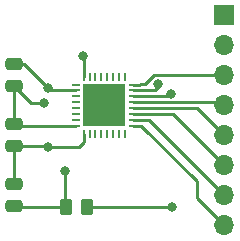
<source format=gtl>
%TF.GenerationSoftware,KiCad,Pcbnew,(6.0.7)*%
%TF.CreationDate,2022-08-20T19:22:04-07:00*%
%TF.ProjectId,tpm_board,74706d5f-626f-4617-9264-2e6b69636164,rev?*%
%TF.SameCoordinates,Original*%
%TF.FileFunction,Copper,L1,Top*%
%TF.FilePolarity,Positive*%
%FSLAX46Y46*%
G04 Gerber Fmt 4.6, Leading zero omitted, Abs format (unit mm)*
G04 Created by KiCad (PCBNEW (6.0.7)) date 2022-08-20 19:22:04*
%MOMM*%
%LPD*%
G01*
G04 APERTURE LIST*
G04 Aperture macros list*
%AMRoundRect*
0 Rectangle with rounded corners*
0 $1 Rounding radius*
0 $2 $3 $4 $5 $6 $7 $8 $9 X,Y pos of 4 corners*
0 Add a 4 corners polygon primitive as box body*
4,1,4,$2,$3,$4,$5,$6,$7,$8,$9,$2,$3,0*
0 Add four circle primitives for the rounded corners*
1,1,$1+$1,$2,$3*
1,1,$1+$1,$4,$5*
1,1,$1+$1,$6,$7*
1,1,$1+$1,$8,$9*
0 Add four rect primitives between the rounded corners*
20,1,$1+$1,$2,$3,$4,$5,0*
20,1,$1+$1,$4,$5,$6,$7,0*
20,1,$1+$1,$6,$7,$8,$9,0*
20,1,$1+$1,$8,$9,$2,$3,0*%
G04 Aperture macros list end*
%TA.AperFunction,SMDPad,CuDef*%
%ADD10RoundRect,0.250000X-0.262500X-0.450000X0.262500X-0.450000X0.262500X0.450000X-0.262500X0.450000X0*%
%TD*%
%TA.AperFunction,SMDPad,CuDef*%
%ADD11RoundRect,0.250000X-0.475000X0.250000X-0.475000X-0.250000X0.475000X-0.250000X0.475000X0.250000X0*%
%TD*%
%TA.AperFunction,SMDPad,CuDef*%
%ADD12RoundRect,0.250000X0.475000X-0.250000X0.475000X0.250000X-0.475000X0.250000X-0.475000X-0.250000X0*%
%TD*%
%TA.AperFunction,ComponentPad*%
%ADD13R,1.700000X1.700000*%
%TD*%
%TA.AperFunction,ComponentPad*%
%ADD14O,1.700000X1.700000*%
%TD*%
%TA.AperFunction,SMDPad,CuDef*%
%ADD15R,0.700000X0.250000*%
%TD*%
%TA.AperFunction,SMDPad,CuDef*%
%ADD16R,0.250000X0.700000*%
%TD*%
%TA.AperFunction,SMDPad,CuDef*%
%ADD17R,3.600000X3.600000*%
%TD*%
%TA.AperFunction,ViaPad*%
%ADD18C,0.800000*%
%TD*%
%TA.AperFunction,Conductor*%
%ADD19C,0.250000*%
%TD*%
G04 APERTURE END LIST*
D10*
%TO.P,R1,1*%
%TO.N,+3.3V*%
X64259216Y-78737058D03*
%TO.P,R1,2*%
%TO.N,PIRQ*%
X66084216Y-78737058D03*
%TD*%
D11*
%TO.P,C2,1*%
%TO.N,+3.3V*%
X59920000Y-71730000D03*
%TO.P,C2,2*%
%TO.N,GND*%
X59920000Y-73630000D03*
%TD*%
D12*
%TO.P,C1,1*%
%TO.N,+3.3V*%
X59920000Y-68550000D03*
%TO.P,C1,2*%
%TO.N,GND*%
X59920000Y-66650000D03*
%TD*%
%TO.P,C3,1*%
%TO.N,+3.3V*%
X59920000Y-78710000D03*
%TO.P,C3,2*%
%TO.N,GND*%
X59920000Y-76810000D03*
%TD*%
D13*
%TO.P,J1,1,Pin_1*%
%TO.N,GND*%
X77700000Y-62520000D03*
D14*
%TO.P,J1,2,Pin_2*%
%TO.N,+3.3V*%
X77700000Y-65060000D03*
%TO.P,J1,3,Pin_3*%
%TO.N,MISO*%
X77700000Y-67600000D03*
%TO.P,J1,4,Pin_4*%
%TO.N,MOSI*%
X77700000Y-70140000D03*
%TO.P,J1,5,Pin_5*%
%TO.N,CS*%
X77700000Y-72680000D03*
%TO.P,J1,6,Pin_6*%
%TO.N,SCLK*%
X77700000Y-75220000D03*
%TO.P,J1,7,Pin_7*%
%TO.N,PIRQ*%
X77700000Y-77760000D03*
%TO.P,J1,8,Pin_8*%
%TO.N,RST*%
X77700000Y-80300000D03*
%TD*%
D15*
%TO.P,IC1,1,NCI/VDD_1*%
%TO.N,unconnected-(IC1-Pad1)*%
X65140000Y-68390000D03*
%TO.P,IC1,2,GND_1*%
%TO.N,GND*%
X65140000Y-68890000D03*
%TO.P,IC1,3,NCI_1*%
%TO.N,unconnected-(IC1-Pad3)*%
X65140000Y-69390000D03*
%TO.P,IC1,4,NCI_2*%
%TO.N,unconnected-(IC1-Pad4)*%
X65140000Y-69890000D03*
%TO.P,IC1,5,NCI_3*%
%TO.N,unconnected-(IC1-Pad5)*%
X65140000Y-70390000D03*
%TO.P,IC1,6,GPIO*%
%TO.N,unconnected-(IC1-Pad6)*%
X65140000Y-70890000D03*
%TO.P,IC1,7,PP*%
%TO.N,unconnected-(IC1-Pad7)*%
X65140000Y-71390000D03*
%TO.P,IC1,8,VDD_1*%
%TO.N,+3.3V*%
X65140000Y-71890000D03*
D16*
%TO.P,IC1,9,GND_2*%
%TO.N,GND*%
X65790000Y-72540000D03*
%TO.P,IC1,10,NCI_4*%
%TO.N,unconnected-(IC1-Pad10)*%
X66290000Y-72540000D03*
%TO.P,IC1,11,NCI_5*%
%TO.N,unconnected-(IC1-Pad11)*%
X66790000Y-72540000D03*
%TO.P,IC1,12,NCI_6*%
%TO.N,unconnected-(IC1-Pad12)*%
X67290000Y-72540000D03*
%TO.P,IC1,13,NCI_7*%
%TO.N,unconnected-(IC1-Pad13)*%
X67790000Y-72540000D03*
%TO.P,IC1,14,NCI/VDD_2*%
%TO.N,unconnected-(IC1-Pad14)*%
X68290000Y-72540000D03*
%TO.P,IC1,15,NCI_8*%
%TO.N,unconnected-(IC1-Pad15)*%
X68790000Y-72540000D03*
%TO.P,IC1,16,NCI/GND*%
%TO.N,unconnected-(IC1-Pad16)*%
X69290000Y-72540000D03*
D15*
%TO.P,IC1,17,RST#*%
%TO.N,RST*%
X69940000Y-71890000D03*
%TO.P,IC1,18,PIRQ#*%
%TO.N,PIRQ*%
X69940000Y-71390000D03*
%TO.P,IC1,19,SCLK*%
%TO.N,SCLK*%
X69940000Y-70890000D03*
%TO.P,IC1,20,CS#*%
%TO.N,CS*%
X69940000Y-70390000D03*
%TO.P,IC1,21,MOSI*%
%TO.N,MOSI*%
X69940000Y-69890000D03*
%TO.P,IC1,22,VDD_2*%
%TO.N,+3.3V*%
X69940000Y-69390000D03*
%TO.P,IC1,23,GND_3*%
%TO.N,GND*%
X69940000Y-68890000D03*
%TO.P,IC1,24,MISO*%
%TO.N,MISO*%
X69940000Y-68390000D03*
D16*
%TO.P,IC1,25,NCI_9*%
%TO.N,unconnected-(IC1-Pad25)*%
X69290000Y-67740000D03*
%TO.P,IC1,26,NCI_10*%
%TO.N,unconnected-(IC1-Pad26)*%
X68790000Y-67740000D03*
%TO.P,IC1,27,NCI_11*%
%TO.N,unconnected-(IC1-Pad27)*%
X68290000Y-67740000D03*
%TO.P,IC1,28,NCI_12*%
%TO.N,unconnected-(IC1-Pad28)*%
X67790000Y-67740000D03*
%TO.P,IC1,29,NC_1*%
%TO.N,unconnected-(IC1-Pad29)*%
X67290000Y-67740000D03*
%TO.P,IC1,30,NC_2*%
%TO.N,unconnected-(IC1-Pad30)*%
X66790000Y-67740000D03*
%TO.P,IC1,31,NCI_13*%
%TO.N,unconnected-(IC1-Pad31)*%
X66290000Y-67740000D03*
%TO.P,IC1,32,GND_4*%
%TO.N,GND*%
X65790000Y-67740000D03*
D17*
%TO.P,IC1,33,EP*%
X67540000Y-70140000D03*
%TD*%
D18*
%TO.N,+3.3V*%
X64247839Y-75705490D03*
X62400000Y-69975000D03*
X73175000Y-69169975D03*
%TO.N,GND*%
X65750000Y-65950000D03*
X62800000Y-68675000D03*
X62775000Y-73675000D03*
X72125000Y-68375000D03*
X67600000Y-70075000D03*
%TO.N,PIRQ*%
X73280940Y-78731775D03*
%TD*%
D19*
%TO.N,GND*%
X60775000Y-66650000D02*
X62800000Y-68675000D01*
X59920000Y-66650000D02*
X60775000Y-66650000D01*
X63015000Y-68890000D02*
X62800000Y-68675000D01*
X65140000Y-68890000D02*
X63015000Y-68890000D01*
X62730000Y-73630000D02*
X62775000Y-73675000D01*
X59920000Y-73630000D02*
X62730000Y-73630000D01*
X62800000Y-73650000D02*
X62775000Y-73675000D01*
X65432359Y-73650000D02*
X62800000Y-73650000D01*
%TO.N,+3.3V*%
X72954975Y-69390000D02*
X73175000Y-69169975D01*
X60080000Y-71890000D02*
X59920000Y-71730000D01*
X69940000Y-69390000D02*
X72954975Y-69390000D01*
X64247839Y-78725681D02*
X64259216Y-78737058D01*
X64247839Y-75705490D02*
X64247839Y-78725681D01*
X62400000Y-69975000D02*
X61345000Y-69975000D01*
X61345000Y-69975000D02*
X59920000Y-68550000D01*
X59947058Y-78737058D02*
X64259216Y-78737058D01*
X65140000Y-71890000D02*
X60080000Y-71890000D01*
X59920000Y-68550000D02*
X59920000Y-71730000D01*
%TO.N,GND*%
X59920000Y-73630000D02*
X59920000Y-76810000D01*
X65790000Y-73292359D02*
X65790000Y-72540000D01*
X69940000Y-68890000D02*
X71835000Y-68890000D01*
X71835000Y-68890000D02*
X72350000Y-68375000D01*
X65790000Y-67740000D02*
X65790000Y-65990000D01*
X65790000Y-65990000D02*
X65750000Y-65950000D01*
X65432359Y-73650000D02*
X65790000Y-73292359D01*
%TO.N,PIRQ*%
X69940000Y-71390000D02*
X71330000Y-71390000D01*
X71330000Y-71390000D02*
X77700000Y-77760000D01*
X73280940Y-78731775D02*
X66089499Y-78731775D01*
%TO.N,RST*%
X69940000Y-71890000D02*
X70690000Y-71890000D01*
X70690000Y-71890000D02*
X75360000Y-76560000D01*
X75360000Y-77960000D02*
X77700000Y-80300000D01*
X75360000Y-76560000D02*
X75360000Y-77960000D01*
%TO.N,SCLK*%
X69940000Y-70890000D02*
X73370000Y-70890000D01*
X73370000Y-70890000D02*
X77700000Y-75220000D01*
%TO.N,CS*%
X77700000Y-72680000D02*
X75410000Y-70390000D01*
X75410000Y-70390000D02*
X69940000Y-70390000D01*
%TO.N,MOSI*%
X77450000Y-69894475D02*
X69940000Y-69894475D01*
X77700000Y-70140000D02*
X77450000Y-69890000D01*
%TO.N,MISO*%
X70575000Y-68375000D02*
X70950000Y-68375000D01*
X71725000Y-67600000D02*
X77700000Y-67600000D01*
X69940000Y-68390000D02*
X70560000Y-68390000D01*
X70560000Y-68390000D02*
X70575000Y-68375000D01*
X70950000Y-68375000D02*
X71725000Y-67600000D01*
%TD*%
M02*

</source>
